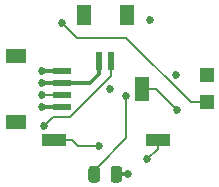
<source format=gtl>
%TF.GenerationSoftware,KiCad,Pcbnew,(5.1.8-0-10_14)*%
%TF.CreationDate,2021-04-23T14:11:37-04:00*%
%TF.ProjectId,Custom_Piezo_Sensor_PCB,43757374-6f6d-45f5-9069-657a6f5f5365,rev?*%
%TF.SameCoordinates,Original*%
%TF.FileFunction,Copper,L1,Top*%
%TF.FilePolarity,Positive*%
%FSLAX46Y46*%
G04 Gerber Fmt 4.6, Leading zero omitted, Abs format (unit mm)*
G04 Created by KiCad (PCBNEW (5.1.8-0-10_14)) date 2021-04-23 14:11:37*
%MOMM*%
%LPD*%
G01*
G04 APERTURE LIST*
%TA.AperFunction,SMDPad,CuDef*%
%ADD10R,1.800000X1.200000*%
%TD*%
%TA.AperFunction,SMDPad,CuDef*%
%ADD11R,1.550000X0.600000*%
%TD*%
%TA.AperFunction,SMDPad,CuDef*%
%ADD12R,0.600000X1.550000*%
%TD*%
%TA.AperFunction,SMDPad,CuDef*%
%ADD13R,1.200000X1.800000*%
%TD*%
%TA.AperFunction,SMDPad,CuDef*%
%ADD14R,1.300000X1.300000*%
%TD*%
%TA.AperFunction,SMDPad,CuDef*%
%ADD15R,1.300000X2.000000*%
%TD*%
%TA.AperFunction,SMDPad,CuDef*%
%ADD16R,2.000000X1.100000*%
%TD*%
%TA.AperFunction,ViaPad*%
%ADD17C,0.685000*%
%TD*%
%TA.AperFunction,Conductor*%
%ADD18C,0.200000*%
%TD*%
%TA.AperFunction,Conductor*%
%ADD19C,0.380000*%
%TD*%
G04 APERTURE END LIST*
%TO.P,D1,2*%
%TO.N,Net-(D1-Pad2)*%
%TA.AperFunction,SMDPad,CuDef*%
G36*
G01*
X149550000Y-156782750D02*
X149550000Y-157695250D01*
G75*
G02*
X149306250Y-157939000I-243750J0D01*
G01*
X148818750Y-157939000D01*
G75*
G02*
X148575000Y-157695250I0J243750D01*
G01*
X148575000Y-156782750D01*
G75*
G02*
X148818750Y-156539000I243750J0D01*
G01*
X149306250Y-156539000D01*
G75*
G02*
X149550000Y-156782750I0J-243750D01*
G01*
G37*
%TD.AperFunction*%
%TO.P,D1,1*%
%TO.N,GND*%
%TA.AperFunction,SMDPad,CuDef*%
G36*
G01*
X151425000Y-156782750D02*
X151425000Y-157695250D01*
G75*
G02*
X151181250Y-157939000I-243750J0D01*
G01*
X150693750Y-157939000D01*
G75*
G02*
X150450000Y-157695250I0J243750D01*
G01*
X150450000Y-156782750D01*
G75*
G02*
X150693750Y-156539000I243750J0D01*
G01*
X151181250Y-156539000D01*
G75*
G02*
X151425000Y-156782750I0J-243750D01*
G01*
G37*
%TD.AperFunction*%
%TD*%
D10*
%TO.P,J2,*%
%TO.N,*%
X142430800Y-152800000D03*
X142430800Y-147200000D03*
D11*
%TO.P,J2,2*%
%TO.N,+5V*%
X146305800Y-149500000D03*
%TO.P,J2,1*%
%TO.N,+10V*%
X146305800Y-148500000D03*
%TO.P,J2,3*%
%TO.N,Net-(J2-Pad3)*%
X146305800Y-150500000D03*
%TO.P,J2,4*%
%TO.N,GND*%
X146305800Y-151516000D03*
%TD*%
D12*
%TO.P,J1,1*%
%TO.N,Net-(J1-Pad1)*%
X150500000Y-147652000D03*
%TO.P,J1,2*%
%TO.N,+5V*%
X149500000Y-147652000D03*
D13*
%TO.P,J1,*%
%TO.N,*%
X151800000Y-143777000D03*
X148200000Y-143777000D03*
%TD*%
D14*
%TO.P,VR1,3*%
%TO.N,Net-(R5-Pad2)*%
X158592000Y-151150000D03*
%TO.P,VR1,2*%
%TO.N,Net-(VR1-Pad2)*%
X158592000Y-148850000D03*
D15*
%TO.P,VR1,1*%
%TO.N,Net-(C5-Pad2)*%
X153092000Y-150000000D03*
%TD*%
D16*
%TO.P,SW1,2*%
%TO.N,Net-(C2-Pad1)*%
X154450800Y-154318000D03*
%TO.P,SW1,1*%
%TO.N,Net-(C1-Pad1)*%
X145650800Y-154318000D03*
%TD*%
D17*
%TO.N,Net-(C1-Pad1)*%
X149492000Y-154826000D03*
%TO.N,Net-(C2-Pad1)*%
X153556000Y-155969000D03*
%TO.N,GND*%
X144666000Y-151524000D03*
X151905000Y-157239000D03*
X150381000Y-150000000D03*
%TO.N,+10V*%
X144666000Y-148476000D03*
X155969000Y-148857000D03*
%TO.N,+5V*%
X144666000Y-149492000D03*
%TO.N,Net-(C5-Pad2)*%
X156096000Y-151778000D03*
%TO.N,Net-(D1-Pad2)*%
X151778000Y-150635000D03*
%TO.N,Net-(J1-Pad1)*%
X144813168Y-153145500D03*
%TO.N,Net-(J2-Pad3)*%
X144656044Y-150498044D03*
X153810000Y-144158000D03*
%TO.N,Net-(R5-Pad2)*%
X146317000Y-144412000D03*
%TD*%
D18*
%TO.N,Net-(C1-Pad1)*%
X145650800Y-154318000D02*
X144729500Y-154318000D01*
X149492000Y-154826000D02*
X147714000Y-154826000D01*
X147206000Y-154318000D02*
X145650800Y-154318000D01*
X147714000Y-154826000D02*
X147206000Y-154318000D01*
%TO.N,Net-(C2-Pad1)*%
X154450800Y-155074200D02*
X153556000Y-155969000D01*
X154450800Y-154318000D02*
X154450800Y-155074200D01*
D19*
%TO.N,GND*%
X144674000Y-151516000D02*
X144666000Y-151524000D01*
X146305800Y-151516000D02*
X144674000Y-151516000D01*
X150700000Y-157239000D02*
X151905000Y-157239000D01*
%TO.N,+10V*%
X144690000Y-148500000D02*
X144666000Y-148476000D01*
X146305800Y-148500000D02*
X144690000Y-148500000D01*
%TO.N,+5V*%
X146305800Y-149500000D02*
X148722000Y-149500000D01*
X149500000Y-148722000D02*
X149500000Y-147652000D01*
X148722000Y-149500000D02*
X149500000Y-148722000D01*
X146297800Y-149492000D02*
X146305800Y-149500000D01*
X144666000Y-149492000D02*
X146297800Y-149492000D01*
D18*
%TO.N,Net-(C5-Pad2)*%
X153092000Y-150000000D02*
X153092000Y-150552000D01*
X154318000Y-150000000D02*
X156096000Y-151778000D01*
X153092000Y-150000000D02*
X154318000Y-150000000D01*
%TO.N,Net-(D1-Pad2)*%
X151778000Y-150635000D02*
X151778000Y-154191000D01*
X149300000Y-156669000D02*
X149300000Y-157239000D01*
X151778000Y-154191000D02*
X149300000Y-156669000D01*
%TO.N,Net-(J1-Pad1)*%
X150500000Y-148936802D02*
X147023802Y-152413000D01*
X150500000Y-147652000D02*
X150500000Y-148936802D01*
X145545668Y-152413000D02*
X144813168Y-153145500D01*
X147023802Y-152413000D02*
X145545668Y-152413000D01*
%TO.N,Net-(J2-Pad3)*%
X144658000Y-150500000D02*
X144656044Y-150498044D01*
X146305800Y-150500000D02*
X144658000Y-150500000D01*
%TO.N,Net-(R5-Pad2)*%
X146317000Y-144412000D02*
X147587000Y-145682000D01*
X147587000Y-145682000D02*
X151778000Y-145682000D01*
X157246000Y-151150000D02*
X158592000Y-151150000D01*
X151778000Y-145682000D02*
X157246000Y-151150000D01*
%TD*%
M02*

</source>
